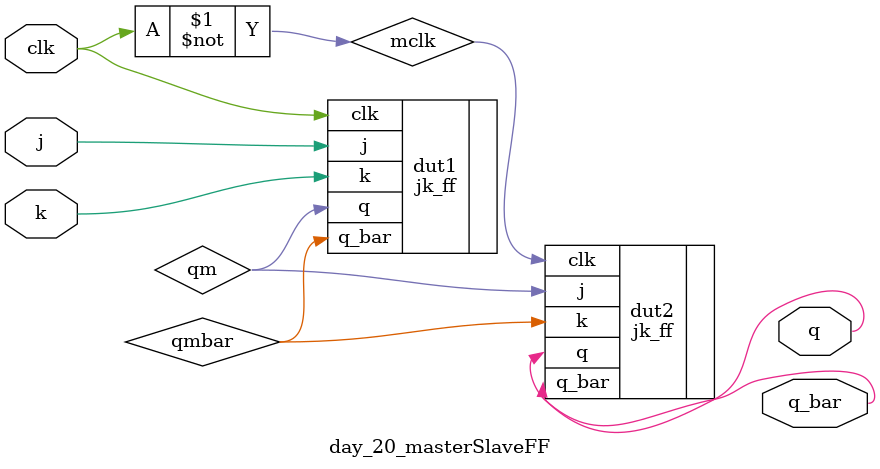
<source format=v>
`timescale 1ns / 1ps


module day_20_masterSlaveFF(
    input j, k, clk,
    output q, q_bar
    );
    wire qm;
    wire qmbar;
    wire mclk;
    assign mclk = ~clk;
    
    jk_ff dut1 (.j(j), .k(k), .q(qm), .q_bar(qmbar), .clk(clk));
    jk_ff dut2 (.j(qm), .k(qmbar), .q(q), .q_bar(q_bar), .clk(mclk));
    
    
endmodule

</source>
